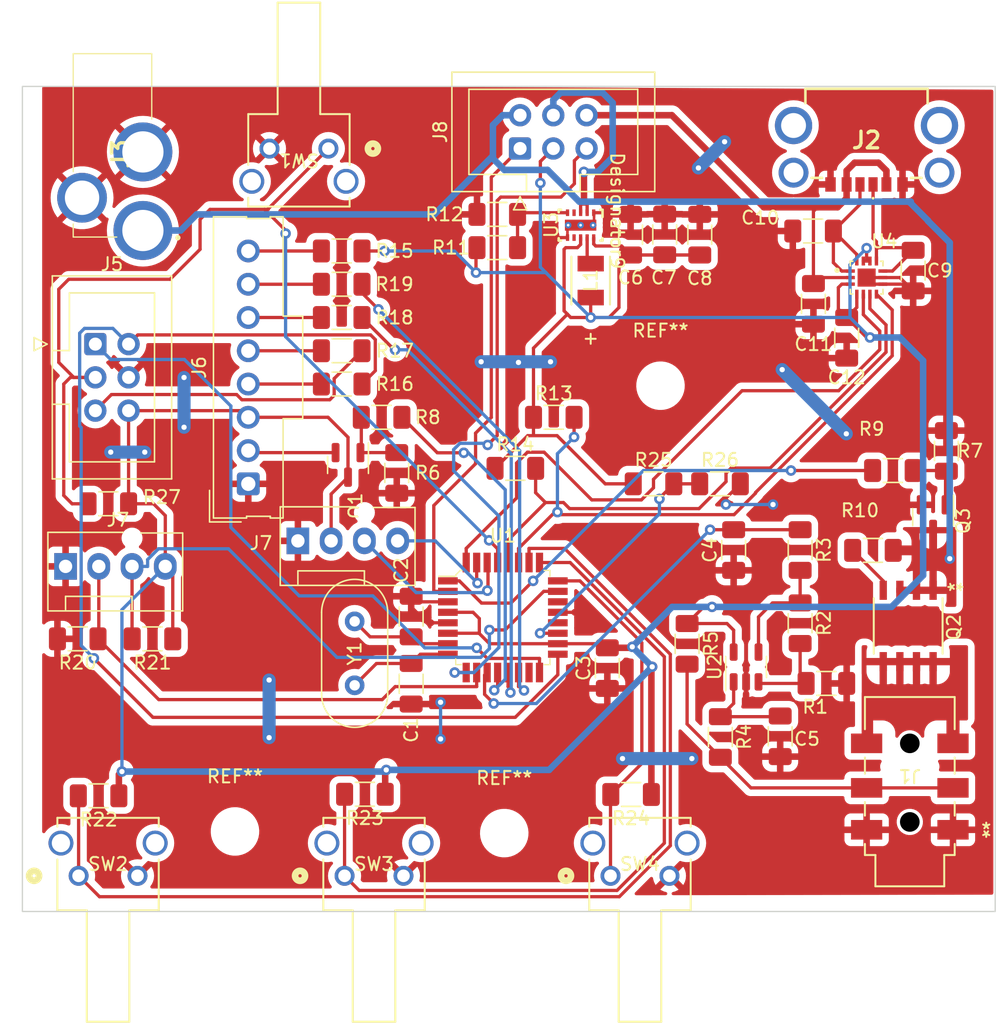
<source format=kicad_pcb>
(kicad_pcb (version 20221018) (generator pcbnew)
  (layers (0 "F.Cu" signal) (31 "B.Cu" signal) (34 "B.Paste" user) (35 "F.Paste" user) (36 "B.SilkS" user "B.Silkscreen") (37 "F.SilkS" user "F.Silkscreen") (38 "B.Mask" user) (39 "F.Mask" user) (44 "Edge.Cuts" user))
  (net 0 "")
  (net 1 "GND")
  (net 2 "Net-(U1-PB7)")
  (net 3 "Net-(U1-PB6)")
  (net 4 "+5V")
  (net 5 "analog_in")
  (net 6 "Net-(U2-+)")
  (net 7 "cc1")
  (net 8 "cc2")
  (net 9 "VBUS")
  (net 10 "sens")
  (net 15 "+12V")
  (net 16 "VDC")
  (net 17 "sense_usb")
  (net 18 "sense_12v")
  (net 19 "miso")
  (net 20 "sck")
  (net 21 "reset")
  (net 22 "mosi")
  (net 23 "bl")
  (net 24 "Net-(J6-Pin_4)")
  (net 25 "Net-(J6-Pin_5)")
  (net 26 "Net-(J6-Pin_6)")
  (net 27 "Net-(J6-Pin_7)")
  (net 28 "Net-(J6-Pin_8)")
  (net 29 "poti")
  (net 30 "sb")
  (net 31 "Net-(U3-SW)")
  (net 32 "Net-(Q1-G)")
  (net 33 "Net-(Q2-G)")
  (net 34 "Net-(Q3-G)")
  (net 35 "Net-(U2--)")
  (net 36 "Net-(R2-Pad1)")
  (net 37 "bl_ctrl")
  (net 38 "s_ctrl")
  (net 39 "Net-(U3-FB)")
  (net 40 "sda")
  (net 41 "scl")
  (net 42 "dc")
  (net 43 "cs")
  (net 44 "u1")
  (net 45 "u2")
  (net 46 "u3")
  (net 47 "standby")
  (net 48 "mois")
  (net 51 "unconnected-(U1-PD0-Pad30)")
  (net 52 "unconnected-(U1-PD1-Pad31)")
  (net 53 "int_n")
  (net 54 "output_power")
  (footprint "ul_IRF7416TRPBF:SO-8_IRF741_INF" (layer "F.Cu") (at 254.127 107.3721 -90)
    (fp_text reference "Q2")
    (fp_text value "IRF7416")
  )
  (footprint "Resistor_SMD:R_1206_3216Metric_Pad1.30x1.75mm_HandSolder" (layer "F.Cu") (at 251.434 101.6)
    (fp_text reference "R10")
    (fp_text value "1k")
  )
  (footprint "Connector:FanPinHeader_1x04_P2.54mm_Vertical" (layer "F.Cu") (at 207.5 100.875)
    (fp_text reference "J7")
    (fp_text value "Conn_01x04")
  )
  (footprint "Resistor_SMD:R_1206_3216Metric_Pad1.30x1.75mm_HandSolder" (layer "F.Cu") (at 239.776 115.85 -90)
    (fp_text reference "R4")
    (fp_text value "1k")
  )
  (footprint "Resistor_SMD:R_1206_3216Metric_Pad1.30x1.75mm_HandSolder" (layer "F.Cu") (at 254.508 80.238 90)
    (fp_text reference "C9")
    (fp_text value "330p")
  )
  (footprint "Resistor_SMD:R_1206_3216Metric_Pad1.30x1.75mm_HandSolder" (layer "F.Cu") (at 210.846 83.82 180)
    (fp_text reference "R18")
    (fp_text value "1k")
  )
  (footprint "Resistor_SMD:R_1206_3216Metric_Pad1.30x1.75mm_HandSolder" (layer "F.Cu") (at 235.5234 77.4779 -90)
    (fp_text reference "C7")
    (fp_text value "10u")
  )
  (footprint "Connector_IDC:IDC-Header_2x03_P2.54mm_Vertical" (layer "F.Cu") (at 192.024 85.852)
    (fp_text reference "J5")
    (fp_text value "Conn_02x03_Counter_Clockwise" hide)
  )
  (footprint "Resistor_SMD:R_1206_3216Metric_Pad1.30x1.75mm_HandSolder" (layer "F.Cu") (at 190.6773 108.3556 180)
    (fp_text reference "R20")
    (fp_text value "1M")
  )
  (footprint "Resistor_SMD:R_1206_3216Metric_Pad1.30x1.75mm_HandSolder" (layer "F.Cu") (at 249.428 85.37 90)
    (fp_text reference "C12")
    (fp_text value "100n")
  )
  (footprint "Package_TO_SOT_SMD:SOT-23-5" (layer "F.Cu") (at 241.742 110.5054 90)
    (fp_text reference "U2")
    (fp_text value "LM321")
  )
  (footprint "FUSB302B10MPX:QFN50P250X250X80-15N" (layer "F.Cu") (at 250.952 80.772)
    (fp_text reference "U4")
    (fp_text value "FUSB302B")
  )
  (footprint "Crystal:Crystal_HC49-U_Vertical" (layer "F.Cu") (at 211.836 107.024 -90)
    (fp_text reference "Y1")
    (fp_text value "Crystal")
  )
  (footprint "PJ-313D-B-SMT:PJ-313D-B-SMT_XKB" (layer "F.Cu") (at 254.2515 118.8314 180)
    (fp_text reference "J1")
    (fp_text value "PJ-313D-B-SMT")
  )
  (footprint "Resistor_SMD:R_1206_3216Metric_Pad1.30x1.75mm_HandSolder" (layer "F.Cu") (at 252.958 95.504 180)
    (fp_text reference "R9")
    (fp_text value "1k")
  )
  (footprint "Resistor_SMD:R_1206_3216Metric_Pad1.30x1.75mm_HandSolder" (layer "F.Cu") (at 246.888 82.778 90)
    (fp_text reference "C11")
    (fp_text value "100n")
  )
  (footprint "Resistor_SMD:R_1206_3216Metric_Pad1.30x1.75mm_HandSolder" (layer "F.Cu") (at 222.732 78.486)
    (fp_text reference "R11")
    (fp_text value "270k")
  )
  (footprint "Resistor_SMD:R_1206_3216Metric_Pad1.30x1.75mm_HandSolder" (layer "F.Cu") (at 240.792 101.574 90)
    (fp_text reference "C4")
    (fp_text value "100n")
  )
  (footprint "ul_TS-1093C-A15:SW_TS-1093C-A15_YDI" (layer "F.Cu") (at 231.3851 126.4514)
    (fp_text reference "SW4")
    (fp_text value "TS-1093C-A15")
  )
  (footprint "Resistor_SMD:R_1206_3216Metric_Pad1.30x1.75mm_HandSolder" (layer "F.Cu") (at 237.236 108.738 -90)
    (fp_text reference "R5")
    (fp_text value "1M")
  )
  (footprint "Resistor_SMD:R_1206_3216Metric_Pad1.30x1.75mm_HandSolder" (layer "F.Cu") (at 216.154 111.786 90)
    (fp_text reference "C1")
    (fp_text value "22p")
  )
  (footprint "DC-005-20A:DC00520A" (layer "F.Cu") (at 195.658 77.176 -90)
    (fp_text reference "J3")
    (fp_text value "DC-005-20A" hide)
  )
  (footprint "Resistor_SMD:R_1206_3216Metric_Pad1.30x1.75mm_HandSolder" (layer "F.Cu") (at 239.75 96.52)
    (fp_text reference "R26")
    (fp_text value "10k")
  )
  (footprint "Resistor_SMD:R_1206_3216Metric_Pad1.30x1.75mm_HandSolder" (layer "F.Cu") (at 210.846 88.9 180)
    (fp_text reference "R16")
    (fp_text value "1k")
  )
  (footprint "Connector_IDC:IDC-Header_2x03_P2.54mm_Vertical" (layer "F.Cu") (at 224.475 70.915 90)
    (fp_text reference "J8")
    (fp_text value "Conn_02x03_Odd_Even")
  )
  (footprint "Resistor_SMD:R_1206_3216Metric_Pad1.30x1.75mm_HandSolder" (layer "F.Cu") (at 222.732 75.946 180)
    (fp_text reference "R12")
    (fp_text value "51k")
  )
  (footprint "Connector:FanPinHeader_1x04_P2.54mm_Vertical" (layer "F.Cu") (at 189.748 102.824)
    (fp_text reference "J7")
    (fp_text value "Conn_01x04")
  )
  (footprint "Resistor_SMD:R_1206_3216Metric_Pad1.30x1.75mm_HandSolder" (layer "F.Cu") (at 224.1126 95.3355)
    (fp_text reference "R14")
    (fp_text value "2k")
  )
  (footprint "Resistor_SMD:R_1206_3216Metric_Pad1.30x1.75mm_HandSolder" (layer "F.Cu") (at 210.846 81.28 180)
    (fp_text reference "R19")
    (fp_text value "1k")
  )
  (footprint "MountingHole:MountingHole_3.2mm_M3" (layer "F.Cu") (at 202.692 123.063)
    (fp_text reference "REF**")
    (fp_text value "MountingHole_3.2mm_M3")
  )
  (footprint "Package_TO_SOT_SMD:SOT-23" (layer "F.Cu") (at 211.328 95.0745 -90)
    (fp_text reference "Q1")
    (fp_text value "BSN20")
  )
  (footprint "Resistor_SMD:R_1206_3216Metric_Pad1.30x1.75mm_HandSolder" (layer "F.Cu") (at 215.0518 95.685 90)
    (fp_text reference "R6")
    (fp_text value "10k")
  )
  (footprint "Package_TO_SOT_SMD:SOT-23" (layer "F.Cu") (at 256.032 99.06 -90)
    (fp_text reference "Q3")
    (fp_text value "BSN20")
  )
  (footprint "ul_TS-1093C-A15:SW_TS-1093C-A15_YDI" (layer "F.Cu") (at 209.8288 70.9219 180)
    (fp_text reference "SW1")
    (fp_text value "TS-1093C-A15")
  )
  (footprint "Resistor_SMD:R_1206_3216Metric_Pad1.30x1.75mm_HandSolder" (layer "F.Cu") (at 227.05 91.44)
    (fp_text reference "R13")
    (fp_text value "2k")
  )
  (footprint "digikey-footprints:TQFP-32_7x7mm" (layer "F.Cu") (at 223.159 106.7293)
    (fp_text reference "U1")
    (fp_text value "ATMEGA328P-AU")
  )
  (footprint "Resistor_SMD:R_1206_3216Metric_Pad1.30x1.75mm_HandSolder" (layer "F.Cu") (at 245.872 101.574 -90)
    (fp_text reference "R3")
    (fp_text value "1k")
  )
  (footprint "Resistor_SMD:R_1206_3216Metric_Pad1.30x1.75mm_HandSolder" (layer "F.Cu") (at 245.872 107.162 -90)
    (fp_text reference "R2")
    (fp_text value "56k")
  )
  (footprint "Resistor_SMD:R_1206_3216Metric_Pad1.30x1.75mm_HandSolder" (layer "F.Cu") (at 232.9563 120.2416 180)
    (fp_text reference "R24")
    (fp_text value "10k")
  )
  (footprint "Resistor_SMD:R_1206_3216Metric_Pad1.30x1.75mm_HandSolder" (layer "F.Cu") (at 232.918 77.496 -90)
    (fp_text reference "C6")
    (fp_text value "10u")
  )
  (footprint "Resistor_SMD:R_1206_3216Metric_Pad1.30x1.75mm_HandSolder" (layer "F.Cu") (at 213.894 91.44 180)
    (fp_text reference "R8")
    (fp_text value "1k")
  )
  (footprint "Resistor_SMD:R_1206_3216Metric_Pad1.30x1.75mm_HandSolder" (layer "F.Cu") (at 216.154 106.654 -90)
    (fp_text reference "C2")
    (fp_text value "22p")
  )
  (footprint "Resistor_SMD:R_1206_3216Metric_Pad1.30x1.75mm_HandSolder" (layer "F.Cu") (at 192.271 120.3437 180)
    (fp_text reference "R22")
    (fp_text value "10k")
  )
  (footprint "ul_TS-1093C-A15:SW_TS-1093C-A15_YDI" (layer "F.Cu") (at 211.0651 126.4514)
    (fp_text reference "SW3")
    (fp_text value "TS-1093C-A15")
  )
  (footprint "Resistor_SMD:R_1206_3216Metric_Pad1.30x1.75mm_HandSolder" (layer "F.Cu") (at 196.3886 108.358 180)
    (fp_text reference "R21")
    (fp_text value "10k")
  )
  (footprint "Resistor_SMD:R_1206_3216Metric_Pad1.30x1.75mm_HandSolder" (layer "F.Cu") (at 212.619 120.2235 180)
    (fp_text reference "R23")
    (fp_text value "10k")
  )
  (footprint "Resistor_SMD:R_1206_3216Metric_Pad1.30x1.75mm_HandSolder" (layer "F.Cu") (at 193.014 98.044 180)
    (fp_text reference "R27")
    (fp_text value "10k")
  )
  (footprint "Resistor_SMD:R_1206_3216Metric_Pad1.30x1.75mm_HandSolder" (layer "F.Cu") (at 257.048 94.006 -90)
    (fp_text reference "R7")
    (fp_text value "10k")
  )
  (footprint "Resistor_SMD:R_1206_3216Metric_Pad1.30x1.75mm_HandSolder" (layer "F.Cu") (at 231.14 110.591 90)
    (fp_text reference "C3")
    (fp_text value "100n")
  )
  (footprint "NLCV32T-100K-EF:IND_NLCV32T_TDK" (layer "F.Cu") (at 229.87 81.0006 90)
    (fp_text reference "L1")
    (fp_text value "10u")
  )
  (footprint "MountingHole:MountingHole_3.2mm_M3" (layer "F.Cu") (at 235.204 89.027)
    (fp_text reference "REF**")
    (fp_text value "MountingHole_3.2mm_M3")
  )
  (footprint "Resistor_SMD:R_1206_3216Metric_Pad1.30x1.75mm_HandSolder" (layer "F.Cu") (at 246.862 77.216)
    (fp_text reference "C10")
    (fp_text value "330p")
  )
  (footprint "Connector_Molex:Molex_SL_171971-0008_1x08_P2.54mm_Vertical" (layer "F.Cu") (at 203.708 96.52 90)
    (fp_text reference "J6")
    (fp_text value "Conn_01x08_Pin")
  )
  (footprint "Resistor_SMD:R_1206_3216Metric_Pad1.30x1.75mm_HandSolder" (layer "F.Cu") (at 244.348 115.798 90)
    (fp_text reference "C5")
    (fp_text value "100n")
  )
  (footprint "Resistor_SMD:R_1206_3216Metric_Pad1.30x1.75mm_HandSolder" (layer "F.Cu") (at 238.2048 77.4951 -90)
    (fp_text reference "C8")
    (fp_text value "10u")
  )
  (footprint "UJC-HP-M-G-5-MSMT-TR:UJCHPMG5MSMTTR" (layer "F.Cu") (at 250.944 69.76 180)
    (fp_text reference "J2")
    (fp_text value "UJC-HP-M-G-5-MSMT-TR" hide)
  )
  (footprint "MountingHole:MountingHole_3.2mm_M3" (layer "F.Cu") (at 223.266 123.19)
    (fp_text reference "REF**")
    (fp_text value "MountingHole_3.2mm_M3")
  )
  (footprint "TPS62175DQCR:DQC0010A" (layer "F.Cu") (at 229.1 76.769 -90)
    (fp_text reference "U3")
    (fp_text value "TPS62175DQCR")
  )
  (footprint "Resistor_SMD:R_1206_3216Metric_Pad1.30x1.75mm_HandSolder" (layer "F.Cu") (at 247.878 111.76 180)
    (fp_text reference "R1")
    (fp_text value "100k")
  )
  (footprint "Resistor_SMD:R_1206_3216Metric_Pad1.30x1.75mm_HandSolder" (layer "F.Cu") (at 234.67 96.52)
    (fp_text reference "R25")
    (fp_text value "10k")
  )
  (footprint "Resistor_SMD:R_1206_3216Metric_Pad1.30x1.75mm_HandSolder" (layer "F.Cu") (at 210.846 86.36 180)
    (fp_text reference "R17")
    (fp_text value "1k")
  )
  (footprint "ul_TS-1093C-A15:SW_TS-1093C-A15_YDI" (layer "F.Cu") (at 190.7451 126.4514)
    (fp_text reference "SW2")
    (fp_text value "TS-1093C-A15")
  )
  (footprint "Resistor_SMD:R_1206_3216Metric_Pad1.30x1.75mm_HandSolder" (layer "F.Cu") (at 210.846 78.74 180)
    (fp_text reference "R15")
    (fp_text value "1k")
  )
  (gr_line (start 251.898614 78.464952) (end 251.714 78.613) (stroke (width 0.2)) (layer "F.Cu"))
  (gr_line (start 251.730864 78.270243) (end 251.898614 78.464952) (stroke (width 0.2)) (layer "F.Cu"))
  (gr_line (start 228.092 77.724) (end 228.092 77.089) (stroke (width 0.2)) (layer "F.Cu"))
  (gr_line (start 230.124 75.819) (end 230.124 76.454) (stroke (width 0.2)) (layer "F.Cu"))
  (gr_line (start 251.714 78.613) (end 251.714 78.359) (stroke (width 0.2)) (layer "F.Cu"))
  (gr_line (start 229.108 75.184) (end 229.616 75.184) (stroke (width 0.2)) (layer "F.Cu"))
  (gr_rect (start 186.45 66.175) (end 260.775 129.175) (stroke (width 0.1)) (fill none) (layer "Edge.Cuts"))
  (segment (start 230.1 75.819) (end 232.791 75.819) (width 0.25) (layer "F.Cu") (net 1))
  (segment (start 218.959 105.529) (end 216.579 105.529) (width 0.25) (layer "F.Cu") (net 1))
  (segment (start 253.992 81.272) (end 254.508 81.788) (width 0.25) (layer "F.Cu") (net 1))
  (segment (start 252.192 80.772) (end 250.952 80.772) (width 0.25) (layer "F.Cu") (net 1))
  (segment (start 253.992 81.272) (end 254.508 81.788) (width 0.25) (layer "F.Cu") (net 1))
  (segment (start 216.579 105.529) (end 216.154 105.104) (width 0.25) (layer "F.Cu") (net 1))
  (segment (start 218.959 107.129) (end 217.365 107.129) (width 0.25) (layer "F.Cu") (net 1))
  (segment (start 252.192 80.772) (end 253.492 80.772) (width 0.25) (layer "F.Cu") (net 1))
  (segment (start 227.359 106.329) (end 229.265 106.329) (width 0.25) (layer "F.Cu") (net 1))
  (segment (start 217.365 107.129) (end 216.154 105.918) (width 0.25) (layer "F.Cu") (net 1))
  (segment (start 252.192 81.272) (end 251.452 81.272) (width 0.25) (layer "F.Cu") (net 1))
  (segment (start 251.452 81.272) (end 250.952 80.772) (width 0.25) (layer "F.Cu") (net 1))
  (segment (start 229.265 106.329) (end 229.362 106.426) (width 0.25) (layer "F.Cu") (net 1))
  (segment (start 228.1 77.719) (end 227.081 77.719) (width 0.25) (layer "F.Cu") (net 1))
  (segment (start 240.2 97.62) (end 241.3 96.52) (width 0.25) (layer "F.Cu") (net 1))
  (segment (start 253.492 80.772) (end 253.992 81.272) (width 0.25) (layer "F.Cu") (net 1))
  (segment (start 216.154 105.918) (end 216.154 105.104) (width 0.25) (layer "F.Cu") (net 1))
  (segment (start 252.192 81.272) (end 253.992 81.272) (width 0.25) (layer "F.Cu") (net 1))
  (segment (start 232.791 75.819) (end 232.918 75.946) (width 0.25) (layer "F.Cu") (net 1))
  (segment (start 227.081 77.719) (end 227.076 77.724) (width 0.25) (layer "F.Cu") (net 1))
  (segment (start 240.2 98.1) (end 240.2 97.62) (width 0.25) (layer "F.Cu") (net 1))
  (via (at 195.8 94.1) (size 0.8) (drill 0.4) (layers "F.Cu" "B.Cu") (net 1))
  (via (at 232.3 117.5) (size 0.8) (drill 0.4) (layers "F.Cu" "B.Cu") (net 1))
  (via (at 238.1 72.4) (size 0.8) (drill 0.4) (layers "F.Cu" "B.Cu") (net 1))
  (via (at 240.1 70.4) (size 0.8) (drill 0.4) (layers "F.Cu" "B.Cu") (net 1))
  (via (at 218.4 116) (size 0.8) (drill 0.4) (layers "F.Cu" "B.Cu") (net 1))
  (via (at 244.5 87.8) (size 0.8) (drill 0.4) (layers "F.Cu" "B.Cu") (net 1))
  (via (at 249.4 92.7) (size 0.8) (drill 0.4) (layers "F.Cu" "B.Cu") (net 1))
  (via (at 243.8 98.1) (size 0.8) (drill 0.4) (layers "F.Cu" "B.Cu") (net 1))
  (via (at 224.351866 87.251135) (size 0.8) (drill 0.4) (layers "F.Cu" "B.Cu") (net 1))
  (via (at 237.6 117.5) (size 0.8) (drill 0.4) (layers "F.Cu" "B.Cu") (net 1))
  (via (at 240.2 98.1) (size 0.8) (drill 0.4) (layers "F.Cu" "B.Cu") (net 1))
  (via (at 205.3 111.5) (size 0.8) (drill 0.4) (layers "F.Cu" "B.Cu") (net 1))
  (via (at 198.8 88.4) (size 0.8) (drill 0.4) (layers "F.Cu" "B.Cu") (net 1))
  (via (at 218.4 113.2) (size 0.8) (drill 0.4) (layers "F.Cu" "B.Cu") (net 1))
  (via (at 205.3 115.9) (size 0.8) (drill 0.4) (layers "F.Cu" "B.Cu") (net 1))
  (via (at 198.8 92.2) (size 0.8) (drill 0.4) (layers "F.Cu" "B.Cu") (net 1))
  (via (at 193.2 94.1) (size 0.8) (drill 0.4) (layers "F.Cu" "B.Cu") (net 1))
  (via (at 226.8 87.2) (size 0.8) (drill 0.4) (layers "F.Cu" "B.Cu") (net 1))
  (via (at 221.5 87.2) (size 0.8) (drill 0.4) (layers "F.Cu" "B.Cu") (net 1))
  (segment (start 240.1 70.4) (end 238.1 72.4) (width 1) (layer "B.Cu") (net 1))
  (segment (start 193.2 94.1) (end 195.8 94.1) (width 1) (layer "B.Cu") (net 1))
  (segment (start 232.3 117.5) (end 237.6 117.5) (width 1) (layer "B.Cu") (net 1))
  (segment (start 244.5 87.8) (end 249.4 92.7) (width 1) (layer "B.Cu") (net 1))
  (segment (start 218.4 116) (end 218.4 113.2) (width 0.25) (layer "B.Cu") (net 1))
  (segment (start 240.2 98.1) (end 243.8 98.1) (width 0.25) (layer "B.Cu") (net 1))
  (segment (start 198.8 92.2) (end 198.8 88.4) (width 1) (layer "B.Cu") (net 1))
  (segment (start 221.5 87.2) (end 226.8 87.2) (width 1) (layer "B.Cu") (net 1))
  (segment (start 205.3 115.9) (end 205.3 111.5) (width 1) (layer "B.Cu") (net 1))
  (segment (start 211.836 111.904) (end 213.504 110.236) (width 0.25) (layer "F.Cu") (net 2))
  (segment (start 216.861 109.529) (end 216.154 110.236) (width 0.25) (layer "F.Cu") (net 2))
  (segment (start 218.9587 109.529) (end 216.861 109.529) (width 0.25) (layer "F.Cu") (net 2))
  (segment (start 218.959 109.529) (end 218.9587 109.529) (width 0.25) (layer "F.Cu") (net 2))
  (segment (start 218.9587 109.529) (end 218.959 109.5293) (width 0.25) (layer "F.Cu") (net 2))
  (segment (start 213.504 110.236) (end 216.154 110.236) (width 0.25) (layer "F.Cu") (net 2))
  (segment (start 218.959 108.729) (end 218.9587 108.729) (width 0.25) (layer "F.Cu") (net 3))
  (segment (start 213.016 108.204) (end 216.154 108.204) (width 0.25) (layer "F.Cu") (net 3))
  (segment (start 218.9587 108.729) (end 218.959 108.7293) (width 0.25) (layer "F.Cu") (net 3))
  (segment (start 216.679 108.729) (end 216.154 108.204) (width 0.25) (layer "F.Cu") (net 3))
  (segment (start 218.9587 108.729) (end 216.679 108.729) (width 0.25) (layer "F.Cu") (net 3))
  (segment (start 211.836 107.024) (end 213.016 108.204) (width 0.25) (layer "F.Cu") (net 3))
  (segment (start 240.792 107.696) (end 240.284 107.188) (width 0.25) (layer "F.Cu") (net 4))
  (segment (start 221.107 78.561) (end 221.182 78.486) (width 0.25) (layer "F.Cu") (net 4))
  (segment (start 227.838 78.613) (end 227.838 83.312) (width 0.25) (layer "F.Cu") (net 4))
  (segment (start 234.5063 120.2416) (end 234.506 120.2416) (width 0.25) (layer "F.Cu") (net 4))
  (segment (start 214.169 118.444) (end 214.249 118.364) (width 0.5) (layer "F.Cu") (net 4))
  (segment (start 231.14 109.041) (end 232.97 109.041) (width 0.5) (layer "F.Cu") (net 4))
  (segment (start 214.122 78.74) (end 212.396 78.74) (width 0.25) (layer "F.Cu") (net 4))
  (segment (start 214.169 120.224) (end 214.169 120.2235) (width 0.5) (layer "F.Cu") (net 4))
  (segment (start 234.569 110.49) (end 234.506 110.553) (width 0.5) (layer "F.Cu") (net 4))
  (segment (start 197.9386 108.358) (end 197.939 108.358) (width 0.25) (layer "F.Cu") (net 4))
  (segment (start 249.055 81.272) (end 248.793 81.534) (width 0.25) (layer "F.Cu") (net 4))
  (segment (start 222.14 108.729) (end 227.359 108.729) (width 0.25) (layer "F.Cu") (net 4))
  (segment (start 229.87 82.296) (end 229.87 83.82) (width 0.25) (layer "F.Cu") (net 4))
  (segment (start 231.267 83.82) (end 229.87 83.82) (width 0.25) (layer "F.Cu") (net 4))
  (segment (start 193.821 120.344) (end 193.821 120.3437) (width 0.5) (layer "F.Cu") (net 4))
  (segment (start 218.959 106.3293) (end 218.959 106.329) (width 0.25) (layer "F.Cu") (net 4))
  (segment (start 239.141 105.918) (end 238.506 105.918) (width 0.25) (layer "F.Cu") (net 4))
  (segment (start 193.821 120.3437) (end 193.821 118.726) (width 0.5) (layer "F.Cu") (net 4))
  (segment (start 232.918 79.046) (end 235.5234 79.046) (width 0.25) (layer "F.Cu") (net 4))
  (segment (start 232.918 79.046) (end 232.231 78.359) (width 0.25) (layer "F.Cu") (net 4))
  (segment (start 232.029 79.935) (end 232.029 83.058) (width 0.25) (layer "F.Cu") (net 4))
  (segment (start 248.793 81.534) (end 248.793 83.185) (width 0.25) (layer "F.Cu") (net 4))
  (segment (start 194.564 90.932) (end 203.2 90.932) (width 0.25) (layer "F.Cu") (net 4))
  (segment (start 227.965 78.486) (end 227.838 78.613) (width 0.25) (layer "F.Cu") (net 4))
  (segment (start 220.928 78.74) (end 221.107 78.561) (width 0.25) (layer "F.Cu") (net 4))
  (segment (start 211.328 96.012) (end 211.328 92.964) (width 0.25) (layer "F.Cu") (net 4))
  (segment (start 230.9806 96.52) (end 233.12 96.52) (width 0.25) (layer "F.Cu") (net 4))
  (segment (start 232.029 83.058) (end 231.267 83.82) (width 0.25) (layer "F.Cu") (net 4))
  (segment (start 221.361 107.909) (end 221.34 107.929) (width 0.25) (layer "F.Cu") (net 4))
  (segment (start 238.506 105.918) (end 237.236 107.188) (width 0.25) (layer "F.Cu") (net 4))
  (segment (start 238.2048 79.0451) (end 238.2049 79.0452) (width 0.25) (layer "F.Cu") (net 4))
  (segment (start 229.1 77.719) (end 229.1 78.24) (width 0.25) (layer "F.Cu") (net 4))
  (segment (start 228.092 83.566) (end 228.346 83.82) (width 0.25) (layer "F.Cu") (net 4))
  (segment (start 211.328 96.012) (end 210.04 97.3) (width 0.25) (layer "F.Cu") (net 4))
  (segment (start 221.361 106.807) (end 221.361 107.909) (width 0.25) (layer "F.Cu") (net 4))
  (segment (start 227.359 108.729) (end 230.828 108.729) (width 0.25) (layer "F.Cu") (net 4))
  (segment (start 250.702 79.507) (end 250.952 79.507) (width 0.25) (layer "F.Cu") (net 4))
  (segment (start 250.202 82.037) (end 250.202 83.046) (width 0.25) (layer "F.Cu") (net 4))
  (segment (start 238.204 79.046) (end 238.2049 79.0452) (width 0.25) (layer "F.Cu") (net 4))
  (segment (start 196.469 98.044) (end 194.564 98.044) (width 0.25) (layer "F.Cu") (net 4))
  (segment (start 238.2049 79.0452) (end 238.205 79.0451) (width 0.25) (layer "F.Cu") (net 4))
  (segment (start 232.208 79.046) (end 232.918 79.046) (width 0.25) (layer "F.Cu") (net 4))
  (segment (start 220.883 106.329) (end 221.361 106.807) (width 0.25) (layer "F.Cu") (net 4))
  (segment (start 248.793 83.185) (end 249.428 83.82) (width 0.25) (layer "F.Cu") (net 4))
  (segment (start 203.2 90.932) (end 203.708 91.44) (width 0.25) (layer "F.Cu") (net 4))
  (segment (start 225.5 86.158) (end 225.5 91.44) (width 0.25) (layer "F.Cu") (net 4))
  (segment (start 227.3038 92.8432) (end 230.9806 96.52) (width 0.25) (layer "F.Cu") (net 4))
  (segment (start 221.107 78.561) (end 221.182 78.486) (width 0.25) (layer "F.Cu") (net 4))
  (segment (start 218.959 107.9293) (end 218.959 107.929) (width 0.25) (layer "F.Cu") (net 4))
  (segment (start 249.428 83.82) (end 250.952 85.344) (width 0.25) (layer "F.Cu") (net 4))
  (segment (start 234.506 110.553) (end 234.506 120.2416) (width 0.5) (layer "F.Cu") (net 4))
  (segment (start 197.368 102.824) (end 197.939 103.395) (width 0.25) (layer "F.Cu") (net 4))
  (segment (start 211.328 92.964) (end 209.804 91.44) (width 0.25) (layer "F.Cu") (net 4))
  (segment (start 232.97 109.041) (end 233.045 108.966) (width 0.5) (layer "F.Cu") (net 4))
  (segment (start 225.0549 92.8432) (end 225.5 92.8432) (width 0.25) (layer "F.Cu") (net 4))
  (segment (start 240.792 109.3679) (end 240.792 107.696) (width 0.25) (layer "F.Cu") (net 4))
  (segment (start 209.804 91.44) (end 203.708 91.44) (width 0.25) (layer "F.Cu") (net 4))
  (segment (start 230.251 78.359) (end 230.1 78.208) (width 0.25) (layer "F.Cu") (net 4))
  (segment (start 214.169 120.2235) (end 214.169 118.444) (width 0.5) (layer "F.Cu") (net 4))
  (segment (start 235.5234 79.046) (end 238.204 79.046) (width 0.25) (layer "F.Cu") (net 4))
  (segment (start 227.838 83.312) (end 228.092 83.566) (width 0.25) (layer "F.Cu") (net 4))
  (segment (start 240.284 107.188) (end 237.236 107.188) (width 0.25) (layer "F.Cu") (net 4))
  (segment (start 249.712 81.272) (end 249.055 81.272) (width 0.25) (layer "F.Cu") (net 4))
  (segment (start 221.107 80.391) (end 221.107 78.561) (width 0.25) (layer "F.Cu") (net 4))
  (segment (start 232.231 78.359) (end 230.251 78.359) (width 0.25) (layer "F.Cu") (net 4))
  (segment (start 222.5626 95.3355) (end 225.0549 92.8432) (width 0.25) (layer "F.Cu") (net 4))
  (segment (start 226.025 73.55) (end 226.025 71.905) (width 0.25) (layer "F.Cu") (net 4))
  (segment (start 228.854 78.486) (end 227.965 78.486) (width 0.25) (layer "F.Cu") (net 4))
  (segment (start 228.092 83.566) (end 225.5 86.158) (width 0.25) (layer "F.Cu") (net 4))
  (segment (start 250.952 85.344) (end 251.206 85.344) (width 0.25) (layer "F.Cu") (net 4))
  (segment (start 226.025 71.905) (end 227.015 70.915) (width 0.25) (layer "F.Cu") (net 4))
  (segment (start 194.564 90.932) (end 194.564 98.044) (width 0.25) (layer "F.Cu") (net 4))
  (segment (start 230.1 78.208) (end 230.1 77.719) (width 0.25) (layer "F.Cu") (net 4))
  (segment (start 250.202 83.046) (end 249.428 83.82) (width 0.25) (layer "F.Cu") (net 4))
  (segment (start 240.792 109.368) (end 240.792 109.3679) (width 0.25) (layer "F.Cu") (net 4))
  (segment (start 235.5234 79.0279) (end 235.5234 79.046) (width 0.25) (layer "F.Cu") (net 4))
  (segment (start 232.918 79.046) (end 232.029 79.935) (width 0.25) (layer "F.Cu") (net 4))
  (segment (start 227.359 108.7293) (end 227.359 108.729) (width 0.25) (layer "F.Cu") (net 4))
  (segment (start 193.821 118.726) (end 194.056 118.491) (width 0.5) (layer "F.Cu") (net 4))
  (segment (start 250.952 79.507) (end 250.952 78.5237) (width 0.25) (layer "F.Cu") (net 4))
  (segment (start 218.959 107.929) (end 221.34 107.929) (width 0.25) (layer "F.Cu") (net 4))
  (segment (start 197.939 103.395) (end 197.939 108.358) (width 0.25) (layer "F.Cu") (net 4))
  (segment (start 221.34 107.929) (end 222.14 108.729) (width 0.25) (layer "F.Cu") (net 4))
  (segment (start 218.959 106.329) (end 220.883 106.329) (width 0.25) (layer "F.Cu") (net 4))
  (segment (start 225.5 91.44) (end 225.5 92.8432) (width 0.25) (layer "F.Cu") (net 4))
  (segment (start 197.368 98.943) (end 196.469 98.044) (width 0.25) (layer "F.Cu") (net 4))
  (segment (start 229.1 78.24) (end 228.854 78.486) (width 0.25) (layer "F.Cu") (net 4))
  (segment (start 225.5 92.8432) (end 227.3038 92.8432) (width 0.25) (layer "F.Cu") (net 4))
  (segment (start 197.368 102.824) (end 197.368 98.943) (width 0.25) (layer "F.Cu") (net 4))
  (segment (start 234.506 120.242) (end 234.506 120.2416) (width 0.5) (layer "F.Cu") (net 4))
  (segment (start 250.952 79.507) (end 251.202 79.507) (width 0.25) (layer "F.Cu") (net 4))
  (segment (start 228.346 83.82) (end 229.87 83.82) (width 0.25) (layer "F.Cu") (net 4))
  (segment (start 210.04 97.3) (end 210.04 100.875) (width 0.25) (layer "F.Cu") (net 4))
  (segment (start 230.828 108.729) (end 231.14 109.041) (width 0.25) (layer "F.Cu") (net 4))
  (via (at 250.952 78.5237) (size 0.8) (drill 0.4) (layers "F.Cu" "B.Cu") (net 4))
  (via (at 239.141 105.918) (size 0.8) (drill 0.4) (layers "F.Cu" "B.Cu") (net 4))
  (via (at 233.045 108.966) (size 0.8) (drill 0.4) (layers "F.Cu" "B.Cu") (net 4))
  (via (at 234.569 110.49) (size 0.8) (drill 0.4) (layers "F.Cu" "B.Cu") (net 4))
  (via (at 221.107 80.391) (size 0.8) (drill 0.4) (layers "F.Cu" "B.Cu") (net 4))
  (via (at 251.206 85.344) (size 0.8) (drill 0.4) (layers "F.Cu" "B.Cu") (net 4))
  (via (at 214.249 118.364) (size 0.8) (drill 0.4) (layers "F.Cu" "B.Cu") (net 4))
  (via (at 226.025 73.55) (size 0.8) (drill 0.4) (layers "F.Cu" "B.Cu") (net 4))
  (via (at 214.122 78.74) (size 0.8) (drill 0.4) (layers "F.Cu" "B.Cu") (net 4))
  (via (at 229.87 83.82) (size 0.8) (drill 0.4) (layers "F.Cu" "B.Cu") (net 4))
  (via (at 194.056 118.491) (size 0.8) (drill 0.4) (layers "F.Cu" "B.Cu") (net 4))
  (segment (start 249.682 83.82) (end 249.682 79.7937) (width 0.25) (layer "B.Cu") (net 4))
  (segment (start 214.249 118.364) (end 226.695 118.364) (width 0.5) (layer "B.Cu") (net 4))
  (segment (start 255.27 103.505) (end 255.27 87.122) (width 0.5) (layer "B.Cu") (net 4))
  (segment (start 255.27 87.122) (end 253.492 85.344) (width 0.5) (layer "B.Cu") (net 4))
  (segment (start 226.025 79.975) (end 226.4625 80.4125) (width 0.25) (layer "B.Cu") (net 4))
  (segment (start 219.456 78.74) (end 221.107 80.391) (width 0.25) (layer "B.Cu") (net 4))
  (segment (start 226.4625 80.4125) (end 229.87 83.82) (width 0.25) (layer "B.Cu") (net 4))
  (segment (start 226.441 80.391) (end 226.4875 80.4375) (width 0.25) (layer "B.Cu") (net 4))
  (segment (start 253.492 85.344) (end 251.206 85.344) (width 0.5) (layer "B.Cu") (net 4))
  (segment (start 233.045 108.966) (end 236.093 105.918) (width 0.5) (layer "B.Cu") (net 4))
  (segment (start 194.056 118.491) (end 214.122 118.491) (width 0.5) (layer "B.Cu") (net 4))
  (segment (start 214.122 118.491) (end 214.249 118.364) (width 0.5) (layer "B.Cu") (net 4))
  (segment (start 251.206 85.344) (end 249.682 83.82) (width 0.25) (layer "B.Cu") (net 4))
  (segment (start 239.141 105.918) (end 252.857 105.918) (width 0.5) (layer "B.Cu") (net 4))
  (segment (start 226.441 80.391) (end 226.4625 80.4125) (width 0.25) (layer "B.Cu") (net 4))
  (segment (start 249.682 79.7937) (end 250.952 78.5237) (width 0.25) (layer "B.Cu") (net 4))
  (segment (start 234.569 110.49) (end 233.045 108.966) (width 0.5) (layer "B.Cu") (net 4))
  (segment (start 221.107 80.391) (end 226.441 80.391) (width 0.25) (layer "B.Cu") (net 4))
  (segment (start 226.695 118.364) (end 234.569 110.49) (width 0.5) (layer "B.Cu") (net 4))
  (segment (start 194.056 106.136) (end 194.056 118.491) (width 0.25) (layer "B.Cu") (net 4))
  (segment (start 226.025 73.55) (end 226.025 79.975) (width 0.25) (layer "B.Cu") (net 4))
  (segment (start 252.857 105.918) (end 255.27 103.505) (width 0.5) (layer "B.Cu") (net 4))
  (segment (start 214.122 78.74) (end 219.456 78.74) (width 0.25) (layer "B.Cu") (net 4))
  (segment (start 249.682 83.82) (end 229.87 83.82) (width 0.25) (layer "B.Cu") (net 4))
  (segment (start 236.093 105.918) (end 239.141 105.918) (width 0.5) (layer "B.Cu") (net 4))
  (segment (start 197.368 102.824) (end 194.056 106.136) (width 0.25) (layer "B.Cu") (net 4))
  (segment (start 240.792 100.024) (end 238.9907 100.024) (width 0.25) (layer "F.Cu") (net 5))
  (segment (start 222.4628 113.2929) (end 221.7632 112.5933) (width 0.25) (layer "F.Cu") (net 5))
  (segment (start 240.792 100.024) (end 245.872 100.024) (width 0.25) (layer "F.Cu") (net 5))
  (segment (start 221.7632 112.5933) (end 221.7632 111.1251) (width 0.25) (layer "F.Cu") (net 5))
  (segment (start 221.7632 111.1251) (end 221.959 110.9293) (width 0.25) (layer "F.Cu") (net 5))
  (via (at 238.9907 100.024) (size 0.8) (drill 0.4) (layers "F.Cu" "B.Cu") (net 5))
  (via (at 222.4628 113.2929) (size 0.8) (drill 0.4) (layers "F.Cu" "B.Cu") (net 5))
  (segment (start 225.7218 113.2929) (end 238.9907 100.024) (width 0.25) (layer "B.Cu") (net 5))
  (segment (start 222.4628 113.2929) (end 225.7218 113.2929) (width 0.25) (layer "B.Cu") (net 5))
  (segment (start 244.296 114.3) (end 244.348 114.248) (width 0.25) (layer "F.Cu") (net 6))
  (segment (start 239.776 114.3) (end 244.296 114.3) (width 0.25) (layer "F.Cu") (net 6))
  (segment (start 240.792 111.643) (end 240.792 113.284) (width 0.25) (layer "F.Cu") (net 6))
  (segment (start 240.792 111.643) (end 240.792 111.6429) (width 0.25) (layer "F.Cu") (net 6))
  (segment (start 240.792 113.284) (end 239.776 114.3) (width 0.25) (layer "F.Cu") (net 6))
  (segment (start 252.924 80.272) (end 254.508 78.688) (width 0.25) (layer "F.Cu") (net 7))
  (segment (start 251.444 77.7723) (end 251.702 78.0306) (width 0.25) (layer "F.Cu") (net 7))
  (segment (start 251.702 78.486) (end 251.702 79.507) (width 0.25) (layer "F.Cu") (net 7))
  (segment (start 252.192 80.272) (end 252.924 80.272) (width 0.25) (layer "F.Cu") (net 7))
  (segment (start 251.444 73.66) (end 251.444 77.7723) (width 0.25) (layer "F.Cu") (net 7))
  (segment (start 254.508 78.688) (end 254.306 78.486) (width 0.25) (layer "F.Cu") (net 7))
  (segment (start 254.306 78.486) (end 251.702 78.486) (width 0.25) (layer "F.Cu") (net 7))
  (segment (start 251.702 78.0306) (end 251.702 78.486) (width 0.25) (layer "F.Cu") (net 7))
  (segment (start 250.444 73.66) (end 250.444 75.184) (width 0.25) (layer "F.Cu") (net 8))
  (segment (start 250.444 75.184) (end 248.412 77.216) (width 0.25) (layer "F.Cu") (net 8))
  (segment (start 248.412 79.629) (end 248.412 77.216) (width 0.25) (layer "F.Cu") (net 8))
  (segment (start 249.712 80.272) (end 249.055 80.272) (width 0.25) (layer "F.Cu") (net 8))
  (segment (start 250.202 79.507) (end 250.202 79.006) (width 0.25) (layer "F.Cu") (net 8))
  (segment (start 249.055 80.272) (end 248.412 79.629) (width 0.25) (layer "F.Cu") (net 8))
  (segment (start 250.202 79.006) (end 248.412 77.216) (width 0.25) (layer "F.Cu") (net 8))
  (segment (start 251.854 72) (end 252.464 72.61) (width 0.5) (layer "F.Cu") (net 9))
  (segment (start 252.464 72.61) (end 252.464 73.66) (width 0.5) (layer "F.Cu") (net 9))
  (segment (start 249.712 80.772) (end 247.344 80.772) (width 0.25) (layer "F.Cu") (net 9))
  (segment (start 246.888 75.712) (end 247.2 75.4) (width 0.25) (layer "F.Cu") (net 9))
  (segment (start 249.424 73.66) (end 249.424 72.61) (width 0.5) (layer "F.Cu") (net 9))
  (segment (start 249.424 73.66) (end 249.424 74.71) (width 0.5) (layer "F.Cu") (net 9))
  (segment (start 250.034 72) (end 251.854 72) (width 0.5) (layer "F.Cu") (net 9))
  (segment (start 249.424 72.61) (end 250.034 72) (width 0.5) (layer "F.Cu") (net 9))
  (segment (start 248.734 75.4) (end 247.2 75.4) (width 0.5) (layer "F.Cu") (net 9))
  (segment (start 243.1 75.4) (end 236.075 68.375) (width 0.5) (layer "F.Cu") (net 9))
  (segment (start 236.075 68.375) (end 229.555 68.375) (width 0.5) (layer "F.Cu") (net 9))
  (segment (start 247.2 75.4) (end 243.1 75.4) (width 0.5) (layer "F.Cu") (net 9))
  (segment (start 246.888 81.228) (end 246.888 75.712) (width 0.25) (layer "F.Cu") (net 9))
  (segment (start 249.424 74.71) (end 248.734 75.4) (width 0.5) (layer "F.Cu") (net 9))
  (segment (start 247.344 80.772) (end 246.888 81.228) (width 0.25) (layer "F.Cu") (net 9))
  (segment (start 250.9516 119.736) (end 257.5506 119.736) (width 0.25) (layer "F.Cu") (net 10))
  (segment (start 237.236 114.86) (end 239.776 117.4) (width 0.25) (layer "F.Cu") (net 10))
  (segment (start 242.112 119.736) (end 250.9516 119.736) (width 0.25) (layer "F.Cu") (net 10))
  (segment (start 250.9516 119.736) (end 250.952 119.7356) (width 0.25) (layer "F.Cu") (net 10))
  (segment (start 257.5506 119.736) (end 257.551 119.7356) (width 0.25) (layer "F.Cu") (net 10))
  (segment (start 239.776 117.4) (end 242.112 119.736) (width 0.25) (layer "F.Cu") (net 10))
  (segment (start 257.5506 119.736) (end 257.551 119.736) (width 0.25) (layer "F.Cu") (net 10))
  (segment (start 237.236 110.288) (end 237.236 114.86) (width 0.25) (layer "F.Cu") (net 10))
  (via (at 257.302 102.235) (size 0.8) (drill 0.4) (layers "F.Cu" "B.Cu") (net 15))
  (segment (start 254.325 74.975) (end 229 74.975) (width 0.5) (layer "B.Cu") (net 15))
  (segment (start 223.15 68.375) (end 224.475 68.375) (width 0.5) (layer "B.Cu") (net 15))
  (segment (start 226.575 72.55) (end 223.275 72.55) (width 0.5) (layer "B.Cu") (net 15))
  (segment (start 255.651 76.426) (end 254.225 75) (width 0.5) (layer "B.Cu") (net 15))
  (segment (start 222.4 71.475) (end 222.4 69.125) (width 0.5) (layer "B.Cu") (net 15))
  (segment (start 195.658 77.176) (end 198.541 77.176) (width 0.5) (layer "B.Cu") (net 15))
  (segment (start 222.4 71.675) (end 222.4 71.475) (width 0.5) (layer "B.Cu") (net 15))
  (segment (start 257.302 102.235) (end 257.302 78.105) (width 0.5) (layer "B.Cu") (net 15))
  (segment (start 199.771 75.946) (end 217.929 75.946) (width 0.5) (layer "B.Cu") (net 15))
  (segment (start 229 74.975) (end 226.575 72.55) (width 0.5) (layer "B.Cu") (net 15))
  (segment (start 217.929 75.946) (end 222.4 71.475) (width 0.5) (layer "B.Cu") (net 15))
  (segment (start 254.225 75) (end 254.3 75) (width 0.5) (layer "B.Cu") (net 15))
  (segment (start 254.3 75) (end 254.325 74.975) (width 0.5) (layer "B.Cu") (net 15))
  (segment (start 224.282 68.58) (end 224.536 68.58) (width 0.25) (layer "B.Cu") (net 15))
  (segment (start 198.541 77.176) (end 199.771 75.946) (width 0.5) (layer "B.Cu") (net 15))
  (segment (start 223.275 72.55) (end 222.4 71.675) (width 0.5) (layer "B.Cu") (net 15))
  (segment (start 222.4 69.125) (end 223.15 68.375) (width 0.5) (layer "B.Cu") (net 15))
  (segment (start 257.302 78.105) (end 255.651 76.454) (width 0.5) (layer "B.Cu") (net 15))
  (segment (start 255.651 76.454) (end 255.651 76.426) (width 0.5) (layer "B.Cu") (net 15))
  (segment (start 229.1 75.819) (end 229.1 75.192) (width 0.25) (layer "F.Cu") (net 16))
  (segment (start 229.6 75.819) (end 229.6 75.168) (width 0.25) (layer "F.Cu") (net 16))
  (segment (start 229.6 75.168) (end 229.362 74.93) (width 0.25) (layer "F.Cu") (net 16))
  (segment (start 229.35 72.7) (end 229.362 72.771) (width 0.5) (layer "F.Cu") (net 16))
  (segment (start 229.1 75.192) (end 229.362 74.93) (width 0.25) (layer "F.Cu") (net 16))
  (segment (start 229.362 74.93) (end 229.35 72.7) (width 0.5) (layer "F.Cu") (net 16))
  (via (at 229.35 72.7) (size 0.8) (drill 0.4) (layers "F.Cu" "B.Cu") (net 16))
  (segment (start 229.35 72.7) (end 230.425 72.7) (width 0.5) (layer "B.Cu") (net 16))
  (segment (start 230.425 72.7) (end 231.55 71.575) (width 0.5) (layer "B.Cu") (net 16))
  (segment (start 227.575 66.65) (end 227.015 67.21) (width 0.5) (layer "B.Cu") (net 16))
  (segment (start 230.775 66.65) (end 227.575 66.65) (width 0.5) (layer "B.Cu") (net 16))
  (segment (start 227.015 67.21) (end 227.015 68.375) (width 0.5) (layer "B.Cu") (net 16))
  (segment (start 231.55 71.575) (end 231.55 67.425) (width 0.5) (layer "B.Cu") (net 16))
  (segment (start 231.55 67.425) (end 230.775 66.65) (width 0.5) (layer "B.Cu") (net 16))
  (segment (start 227.6 74.625) (end 228.625 73.6) (width 0.25) (layer "F.Cu") (net 17))
  (segment (start 228.625 73.6) (end 228.625 71.845) (width 0.25) (layer "F.Cu") (net 17))
  (segment (start 229.624 71.128) (end 229.616 71.12) (width 0.25) (layer "F.Cu") (net 17))
  (segment (start 229.6 71.136) (end 229.616 71.12) (width 0.25) (layer "F.Cu") (net 17))
  (segment (start 220.359 110.9293) (end 219.4782 110.9293) (width 0.25) (layer "F.Cu") (net 17))
  (segment (start 222 93.55) (end 222.725 92.825) (width 0.25) (layer "F.Cu") (net 17))
  (segment (start 228.625 71.845) (end 229.555 70.915) (width 0.25) (layer "F.Cu") (net 17))
  (segment (start 222.725 92.825) (end 222.725 74.9) (width 0.25) (layer "F.Cu") (net 17))
  (segment (start 223 74.625) (end 227.6 74.625) (width 0.25) (layer "F.Cu") (net 17))
  (segment (start 222.725 74.9) (end 223 74.625) (width 0.25) (layer "F.Cu") (net 17))
  (via (at 222 93.55) (size 0.8) (drill 0.4) (layers "F.Cu" "B.Cu") (net 17))
  (via (at 219.4782 110.9293) (size 0.8) (drill 0.4) (layers "F.Cu" "B.Cu") (net 17))
  (segment (start 220.9488 110.9293) (end 219.4782 110.9293) (width 0.25) (layer "B.Cu") (net 17))
  (segment (start 222.8581 109.02) (end 220.9488 110.9293) (width 0.25) (layer "B.Cu") (net 17))
  (segment (start 222.8581 98.9831) (end 222.8581 109.02) (width 0.25) (layer "B.Cu") (net 17))
  (segment (start 219.4 95.525) (end 222.8581 98.9831) (width 0.25) (layer "B.Cu") (net 17))
  (segment (start 222 93.55) (end 221.874799 93.424799) (width 0.25) (layer "B.Cu") (net 17))
  (segment (start 221.874799 93.424799) (end 219.875201 93.424799) (width 0.25) (layer "B.Cu") (net 17))
  (segment (start 219.875201 93.424799) (end 219.4 93.9) (width 0.25) (layer "B.Cu") (net 17))
  (segment (start 219.4 93.9) (end 219.4 95.525) (width 0.25) (layer "B.Cu") (net 17))
  (segment (start 221.075 94.9831) (end 221.075 92.65) (width 0.25) (layer "F.Cu") (net 18))
  (segment (start 218.959 104.7293) (end 217.8821 104.7293) (width 0.25) (layer "F.Cu") (net 18))
  (segment (start 222.275 73.115) (end 224.475 70.915) (width 0.25) (layer "F.Cu") (net 18))
  (segment (start 222.275 91.45) (end 222.275 73.115) (width 0.25) (layer "F.Cu") (net 18))
  (segment (start 217.8821 104.7293) (end 217.8821 98.176) (width 0.25) (layer "F.Cu") (net 18))
  (segment (start 217.8821 98.176) (end 221.075 94.9831) (width 0.25) (layer "F.Cu") (net 18))
  (segment (start 221.075 92.65) (end 222.275 91.45) (width 0.25) (layer "F.Cu") (net 18))
  (segment (start 225.959 110.9293) (end 225.959 109.8524) (width 0.25) (layer "F.Cu") (net 19))
  (segment (start 225.959 109.8524) (end 221.9704 109.8524) (width 0.25) (layer "F.Cu") (net 19))
  (segment (start 221.9704 109.8524) (end 221.1623 109.0443) (width 0.25) (layer "F.Cu") (net 19))
  (via (at 221.1623 109.0443) (size 0.8) (drill 0.4) (layers "F.Cu" "B.Cu") (net 19))
  (segment (start 198.827 87.027) (end 202.375996 90.575996) (width 0.25) (layer "B.Cu") (net 19))
  (segment (start 207.6 105.075) (end 213.225 105.075) (width 0.25) (layer "B.Cu") (net 19))
  (segment (start 192.024 85.852) (end 193.199 87.027) (width 0.25) (layer "B.Cu") (net 19))
  (segment (start 202.375996 90.575996) (end 202.375996 99.850996) (width 0.25) (layer "B.Cu") (net 19))
  (segment (start 217.1943 109.0443) (end 221.1623 109.0443) (width 0.25) (layer "B.Cu") (net 19))
  (segment (start 202.375996 99.850996) (end 207.6 105.075) (width 0.25) (layer "B.Cu") (net 19))
  (segment (start 193.199 87.027) (end 198.827 87.027) (width 0.25) (layer "B.Cu") (net 19))
  (segment (start 213.225 105.075) (end 217.1943 109.0443) (width 0.25) (layer "B.Cu") (net 19))
  (segment (start 195.2678 85.1482) (end 213.0558 85.1482) (width 0.25) (layer "F.Cu") (net 20))
  (segment (start 194.564 85.852) (end 195.2678 85.1482) (width 0.25) (layer "F.Cu") (net 20))
  (segment (start 213.412 87.884) (end 212.396 88.9) (width 0.25) (layer "F.Cu") (net 20))
  (segment (start 224.1046 114.3517) (end 227.359 111.0973) (width 0.25) (layer "F.Cu") (net 20))
  (segment (start 196.4239 114.3517) (end 224.1046 114.3517) (width 0.25) (layer "F.Cu") (net 20))
  (segment (start 213.412 85.5044) (end 213.412 87.884) (width 0.25) (layer "F.Cu") (net 20))
  (segment (start 191.9128 109.8406) (end 196.4239 114.3517) (width 0.25) (layer "F.Cu") (net 20))
  (segment (start 213.0558 85.1482) (end 213.412 85.5044) (width 0.25) (layer "F.Cu") (net 20))
  (segment (start 227.359 111.0973) (end 227.359 109.5293) (width 0.25) (layer "F.Cu") (net 20))
  (via (at 191.9128 109.8406) (size 0.8) (drill 0.4) (layers "F.Cu" "B.Cu") (net 20))
  (segment (start 190.9399 108.8677) (end 191.9128 109.8406) (width 0.25) (layer "B.Cu") (net 20))
  (segment (start 190.8257 85.0175) (end 190.8257 92.1067) (width 0.25) (layer "B.Cu") (net 20))
  (segment (start 191.1914 84.6518) (end 190.8257 85.0175) (width 0.25) (layer "B.Cu") (net 20))
  (segment (start 190.9399 92.2209) (end 190.9399 108.8677) (width 0.25) (layer "B.Cu") (net 20))
  (segment (start 194.564 85.852) (end 193.3638 84.6518) (width 0.25) (layer "B.Cu") (net 20))
  (segment (start 190.8257 92.1067) (end 190.9399 92.2209) (width 0.25) (layer "B.Cu") (net 20))
  (segment (start 193.3638 84.6518) (end 191.1914 84.6518) (width 0.25) (layer "B.Cu") (net 20))
  (segment (start 191.464 98.044) (end 190.246 98.044) (width 0.25) (layer "F.Cu") (net 21))
  (segment (start 189.23 81.661) (end 189.992 80.899) (width 0.25) (layer "F.Cu") (net 21))
  (segment (start 222.7281 101.4524) (end 222.759 101.4524) (width 0.25) (layer "F.Cu") (net 21))
  (segment (start 209.8288 70.9219) (end 209.8289 70.922) (width 0.25) (layer "F.Cu") (net 21))
  (segment (start 190.373 88.392) (end 189.23 87.249) (width 0.25) (layer "F.Cu") (net 21))
  (segment (start 209.8289 70.922) (end 209.829 70.9219) (width 0.25) (layer "F.Cu") (net 21))
  (segment (start 204.9551 75.565) (end 205.232 75.565) (width 0.25) (layer "F.Cu") (net 21))
  (segment (start 189.992 80.899) (end 197.739 80.899) (width 0.25) (layer "F.Cu") (net 21))
  (segment (start 190.119 88.392) (end 190.373 88.392) (width 0.25) (layer "F.Cu") (net 21))
  (segment (start 197.739 80.899) (end 200.025 78.613) (width 0.25) (layer "F.Cu") (net 21))
  (segment (start 205.232 75.5186) (end 209.8289 70.922) (width 0.25) (layer "F.Cu") (net 21))
  (segment (start 204.9551 75.565) (end 206.5596 77.1695) (width 0.25) (layer "F.Cu") (net 21))
  (segment (start 189.23 87.249) (end 189.23 81.661) (width 0.25) (layer "F.Cu") (net 21))
  (segment (start 222.1084 100.8327) (end 222.7281 101.4524) (width 0.25) (layer "F.Cu") (net 21))
  (segment (start 190.246 98.044) (end 189.611 97.409) (width 0.25) (layer "F.Cu") (net 21))
  (segment (start 192.024 88.392) (end 190.373 88.392) (width 0.25) (layer "F.Cu") (net 21))
  (segment (start 190.373 88.392) (end 192.024 88.392) (width 0.25) (layer "F.Cu") (net 21))
  (segment (start 205.232 75.565) (end 205.232 75.5186) (width 0.25) (layer "F.Cu") (net 21))
  (segment (start 222.759 102.5293) (end 222.759 101.4524) (width 0.25) (layer "F.Cu") (net 21))
  (segment (start 200.787 75.565) (end 204.9551 75.565) (width 0.25) (layer "F.Cu") (net 21))
  (segment (start 206.5596 77.1695) (end 206.5596 77.4055) (width 0.25) (layer "F.Cu") (net 21))
  (segment (start 200.025 78.613) (end 200.025 76.327) (width 0.25) (layer "F.Cu") (net 21))
  (segment (start 189.611 97.409) (end 189.611 88.9) (width 0.25) (layer "F.Cu") (net 21))
  (segment (start 200.025 76.327) (end 200.787 75.565) (width 0.25) (layer "F.Cu") (net 21))
  (segment (start 189.611 88.9) (end 190.119 88.392) (width 0.25) (layer "F.Cu") (net 21))
  (via (at 206.5596 77.4055) (size 0.8) (drill 0.4) (layers "F.Cu" "B.Cu") (net 21))
  (via (at 222.1084 100.8327) (size 0.8) (drill 0.4) (layers "F.Cu" "B.Cu") (net 21))
  (segment (start 206.5596 77.4055) (end 206.5596 85.2839) (width 0.25) (layer "B.Cu") (net 21))
  (segment (start 206.5596 85.2839) (end 222.1084 100.8327) (width 0.25) (layer "B.Cu") (net 21))
  (segment (start 210.271 89.763173) (end 209.934173 90.1) (width 0.25) (layer "F.Cu") (net 22))
  (segment (start 193.256 89.7) (end 192.024 90.932) (width 0.25) (layer "F.Cu") (net 22))
  (segment (start 210.271 88.485) (end 210.271 89.763173) (width 0.25) (layer "F.Cu") (net 22))
  (segment (start 212.396 86.36) (end 210.271 88.485) (width 0.25) (layer "F.Cu") (net 22))
  (segment (start 202.818014 89.7) (end 193.256 89.7) (width 0.25) (layer "F.Cu") (net 22))
  (segment (start 209.934173 90.1) (end 203.218014 90.1) (width 0.25) (layer "F.Cu") (net 22))
  (segment (start 203.218014 90.1) (end 202.818014 89.7) (width 0.25) (layer "F.Cu") (net 22))
  (segment (start 210.378 94.137) (end 203.865 94.137) (width 0.25) (layer "F.Cu") (net 23))
  (segment (start 203.865 94.137) (end 203.708 93.98) (width 0.25) (layer "F.Cu") (net 23))
  (segment (start 209.296 88.9) (end 203.708 88.9) (width 0.25) (layer "F.Cu") (net 24))
  (segment (start 209.296 86.36) (end 203.708 86.36) (width 0.25) (layer "F.Cu") (net 25))
  (segment (start 209.296 83.82) (end 203.708 83.82) (width 0.25) (layer "F.Cu") (net 26))
  (segment (start 209.296 81.28) (end 203.708 81.28) (width 0.25) (layer "F.Cu") (net 27))
  (segment (start 209.296 78.74) (end 203.708 78.74) (width 0.25) (layer "F.Cu") (net 28))
  (segment (start 192.2574 108.3255) (end 192.2273 108.3556) (width 0.25) (layer "F.Cu") (net 29))
  (segment (start 213.9407 112.9961) (end 196.8678 112.9961) (width 0.25) (layer "F.Cu") (net 29))
  (segment (start 192.2575 108.3255) (end 192.227 108.356) (width 0.25) (layer "F.Cu") (net 29))
  (segment (start 192.2575 108.3255) (end 192.2574 108.3255) (width 0.25) (layer "F.Cu") (net 29))
  (segment (start 221.159 110.9293) (end 221.159 112.0062) (width 0.25) (layer "F.Cu") (net 29))
  (segment (start 192.288 108.295) (end 192.2575 108.3255) (width 0.25) (layer "F.Cu") (net 29))
  (segment (start 192.288 102.824) (end 192.288 108.295) (width 0.25) (layer "F.Cu") (net 29))
  (segment (start 214.9306 112.0062) (end 213.9407 112.9961) (width 0.25) (layer "F.Cu") (net 29))
  (segment (start 196.8678 112.9961) (end 192.2273 108.3556) (width 0.25) (layer "F.Cu") (net 29))
  (segment (start 221.159 112.0062) (end 214.9306 112.0062) (width 0.25) (layer "F.Cu") (net 29))
  (segment (start 227.359 104.7293) (end 226.2821 104.7293) (width 0.25) (layer "F.Cu") (net 30))
  (segment (start 194.828 102.824) (end 194.828 108.347) (width 0.25) (layer "F.Cu") (net 30))
  (segment (start 194.8386 108.3576) (end 194.839 108.358) (width 0.25) (layer "F.Cu") (net 30))
  (segment (start 226.2821 104.7293) (end 223.3345 107.6769) (width 0.25) (layer "F.Cu") (net 30))
  (segment (start 194.8386 108.3576) (end 194.8386 108.358) (width 0.25) (layer "F.Cu") (net 30))
  (segment (start 194.828 108.347) (end 194.8386 108.3576) (width 0.25) (layer "F.Cu") (net 30))
  (segment (start 223.3345 107.6769) (end 222.1311 107.6769) (width 0.25) (layer "F.Cu") (net 30))
  (via (at 222.1311 107.6769) (size 0.8) (drill 0.4) (layers "F.Cu" "B.Cu") (net 30))
  (segment (start 196.0199 102.824) (end 196.0199 102.3025) (width 0.25) (layer "B.Cu") (net 30))
  (segment (start 210.4832 109.7725) (end 221.4645 109.7725) (width 0.25) (layer "B.Cu") (net 30))
  (segment (start 194.828 102.824) (end 196.0199 102.824) (width 0.25) (layer "B.Cu") (net 30))
  (segment (start 196.0199 102.3025) (end 196.8435 101.4789) (width 0.25) (layer "B.Cu") (net 30))
  (segment (start 222.1311 109.1059) (end 222.1311 107.6769) (width 0.25) (layer "B.Cu") (net 30))
  (segment (start 202.1896 101.4789) (end 210.4832 109.7725) (width 0.25) (layer "B.Cu") (net 30))
  (segment (start 221.4645 109.7725) (end 222.1311 109.1059) (width 0.25) (layer "B.Cu") (net 30))
  (segment (start 196.8435 101.4789) (end 202.1896 101.4789) (width 0.25) (layer "B.Cu") (net 30))
  (segment (start 229.6 79.4352) (end 229.87 79.7052) (width 0.25) (layer "F.Cu") (net 31))
  (segment (start 229.6 77.719) (end 229.6 79.4352) (width 0.25) (layer "F.Cu") (net 31))
  (segment (start 212.344 94.071) (end 212.28 94.135) (width 0.25) (layer "F.Cu") (net 32))
  (segment (start 215.052 94.135) (end 215.0518 94.135) (width 0.25) (layer "F.Cu") (net 32))
  (segment (start 212.28 94.135) (end 212.278 94.137) (width 0.25) (layer "F.Cu") (net 32))
  (segment (start 212.28 94.135) (end 212.278 94.137) (width 0.25) (layer "F.Cu") (net 32))
  (segment (start 215.0518 94.135) (end 212.28 94.135) (width 0.25) (layer "F.Cu") (net 32))
  (segment (start 212.344 91.44) (end 212.344 94.071) (width 0.25) (layer "F.Cu") (net 32))
  (segment (start 252.222 103.938) (end 249.884 101.6) (width 0.25) (layer "F.Cu") (net 33))
  (segment (start 252.222 104.648) (end 252.222 103.938) (width 0.25) (layer "F.Cu") (net 33))
  (segment (start 256.982 98.1225) (end 256.982 95.622) (width 0.25) (layer "F.Cu") (net 34))
  (segment (start 256.982 95.622) (end 257.048 95.556) (width 0.25) (layer "F.Cu") (net 34))
  (segment (start 256.996 95.504) (end 257.048 95.556) (width 0.25) (layer "F.Cu") (net 34))
  (segment (start 254.508 95.504) (end 256.996 95.504) (width 0.25) (layer "F.Cu") (net 34))
  (segment (start 242.692 111.643) (end 242.692 111.6429) (width 0.25) (layer "F.Cu") (net 35))
  (segment (start 246.328 111.76) (end 242.809 111.76) (width 0.25) (layer "F.Cu") (net 35))
  (segment (start 246.328 111.76) (end 245.872 111.304) (width 0.25) (layer "F.Cu") (net 35))
  (segment (start 245.872 111.304) (end 245.872 108.712) (width 0.25) (layer "F.Cu") (net 35))
  (segment (start 242.809 111.76) (end 242.692 111.643) (width 0.25) (layer "F.Cu") (net 35))
  (segment (start 245.872 103.124) (end 245.872 105.612) (width 0.25) (layer "F.Cu") (net 36))
  (segment (start 242.692 109.3679) (end 242.692 106.685) (width 0.25) (layer "F.Cu") (net 36))
  (segment (start 243.765 105.612) (end 245.872 105.612) (width 0.25) (layer "F.Cu") (net 36))
  (segment (start 242.692 109.368) (end 242.692 109.3679) (width 0.25) (layer "F.Cu") (net 36))
  (segment (start 242.692 106.685) (end 243.765 105.612) (width 0.25) (layer "F.Cu") (net 36))
  (segment (start 218.153799 94.149799) (end 215.444 91.44) (width 0.25) (layer "F.Cu") (net 37))
  (segment (start 222.502 112.2632) (end 222.502 112.2812) (width 0.25) (layer "F.Cu") (net 37))
  (segment (start 222.759 110.9293) (end 222.759 112.0062) (width 0.25) (layer "F.Cu") (net 37))
  (segment (start 220.174799 94.149799) (end 218.153799 94.149799) (width 0.25) (layer "F.Cu") (net 37))
  (segment (start 222.759 112.0062) (end 222.502 112.2632) (width 0.25) (layer "F.Cu") (net 37))
  (via (at 222.502 112.2812) (size 0.8) (drill 0.4) (layers "F.Cu" "B.Cu") (net 37))
  (via (at 220.174799 94.149799) (size 0.8) (drill 0.4) (layers "F.Cu" "B.Cu") (net 37))
  (segment (start 220.518499 94.149799) (end 223.3416 96.9729) (width 0.25) (layer "B.Cu") (net 37))
  (segment (start 223.3416 96.9729) (end 223.3416 111.4416) (width 0.25) (layer "B.Cu") (net 37))
  (segment (start 223.3416 111.4416) (end 222.502 112.2812) (width 0.25) (layer "B.Cu") (net 37))
  (segment (start 220.174799 94.149799) (end 220.518499 94.149799) (width 0.25) (layer "B.Cu") (net 37))
  (segment (start 223.7758 105.625) (end 225.4715 103.9293) (width 0.25) (layer "F.Cu") (net 38))
  (segment (start 218.959 103.9293) (end 219.834 103.9293) (width 0.25) (layer "F.Cu") (net 38))
  (segment (start 221.5297 105.625) (end 223.7758 105.625) (width 0.25) (layer "F.Cu") (net 38))
  (segment (start 245.1727 95.504) (end 251.408 95.504) (width 0.25) (layer "F.Cu") (net 38))
  (segment (start 219.834 103.9293) (end 221.5297 105.625) (width 0.25) (layer "F.Cu") (net 38))
  (via (at 245.1727 95.504) (size 0.8) (drill 0.4) (layers "F.Cu" "B.Cu") (net 38))
  (via (at 225.4715 103.9293) (size 0.8) (drill 0.4) (layers "F.Cu" "B.Cu") (net 38))
  (segment (start 233.8968 95.504) (end 245.1727 95.504) (width 0.25) (layer "B.Cu") (net 38))
  (segment (start 225.4715 103.9293) (end 233.8968 95.504) (width 0.25) (layer "B.Cu") (net 38))
  (segment (start 228.1 75.819) (end 224.409 75.819) (width 0.25) (layer "F.Cu") (net 39))
  (segment (start 224.282 75.946) (end 224.282 78.486) (width 0.25) (layer "F.Cu") (net 39))
  (segment (start 224.409 75.819) (end 224.282 75.946) (width 0.25) (layer "F.Cu") (net 39))
  (segment (start 227.1316 98.6798) (end 227.3299 98.6798) (width 0.25) (layer "F.Cu") (net 40))
  (segment (start 224.359 101.4524) (end 227.1316 98.6798) (width 0.25) (layer "F.Cu") (net 40))
  (segment (start 240.8237 98.8749) (end 227.525 98.8749) (width 0.25) (layer "F.Cu") (net 40))
  (segment (start 242.4657 97.1831) (end 242.4657 97.2329) (width 0.25) (layer "F.Cu") (net 40))
  (segment (start 224.359 102.5293) (end 224.359 101.4524) (width 0.25) (layer "F.Cu") (net 40))
  (segment (start 251.702 82.037) (end 252.9069 83.2419) (width 0.25) (layer "F.Cu") (net 40))
  (segment (start 252.9069 86.7419) (end 242.4657 97.1831) (width 0.25) (layer "F.Cu") (net 40))
  (segment (start 228.6 92.9474) (end 228.6 91.44) (width 0.25) (layer "F.Cu") (net 40))
  (segment (start 227.525 98.8749) (end 227.3299 98.6798) (width 0.25) (layer "F.Cu") (net 40))
  (segment (start 252.9069 83.2419) (end 252.9069 86.7419) (width 0.25) (layer "F.Cu") (net 40))
  (segment (start 242.4657 97.2329) (end 240.8237 98.8749) (width 0.25) (layer "F.Cu") (net 40))
  (via (at 228.6 92.9474) (size 0.8) (drill 0.4) (layers "F.Cu" "B.Cu") (net 40))
  (via (at 227.3299 98.6798) (size 0.8) (drill 0.4) (layers "F.Cu" "B.Cu") (net 40))
  (segment (start 227.3299 94.2175) (end 227.3299 98.6798) (width 0.25) (layer "B.Cu") (net 40))
  (segment (start 228.6 92.9474) (end 227.3299 94.2175) (width 0.25) (layer "B.Cu") (net 40))
  (segment (start 252.4336 86.4663) (end 252.4336 84.3818) (width 0.25) (layer "F.Cu") (net 41))
  (segment (start 227.7927 97.95) (end 228.2556 98.4129) (width 0.25) (layer "F.Cu") (net 41))
  (segment (start 226.4177 97.95) (end 227.7927 97.95) (width 0.25) (layer "F.Cu") (net 41))
  (segment (start 225.6626 95.3355) (end 225.6626 97.1949) (width 0.25) (layer "F.Cu") (net 41))
  (segment (start 225.6626 97.1949) (end 226.4177 97.95) (width 0.25) (layer "F.Cu") (net 41))
  (segment (start 238.1492 98.4129) (end 240.2091 96.353) (width 0.25) (layer "F.Cu") (net 41))
  (segment (start 252.4336 84.3818) (end 251.202 83.1502) (width 0.25) (layer "F.Cu") (net 41))
  (segment (start 240.2091 95.7065) (end 240.6001 95.3155) (width 0.25) (layer "F.Cu") (net 41))
  (segment (start 228.2556 98.4129) (end 238.1492 98.4129) (width 0.25) (layer "F.Cu") (net 41))
  (segment (start 223.559 100.8087) (end 226.4177 97.95) (width 0.25) (layer "F.Cu") (net 41))
  (segment (start 251.202 83.1502) (end 251.202 82.037) (width 0.25) (layer "F.Cu") (net 41))
  (segment (start 240.6001 95.3155) (end 243.5844 95.3155) (width 0.25) (layer "F.Cu") (net 41))
  (segment (start 223.559 102.5293) (end 223.559 100.8087) (width 0.25) (layer "F.Cu") (net 41))
  (segment (start 240.2091 96.353) (end 240.2091 95.7065) (width 0.25) (layer "F.Cu") (net 41))
  (segment (start 243.5844 95.3155) (end 252.4336 86.4663) (width 0.25) (layer "F.Cu") (net 41))
  (segment (start 223.559 112.0062) (end 223.736 112.1832) (width 0.25) (layer "F.Cu") (net 42))
  (segment (start 223.736 112.1832) (end 223.736 112.4548) (width 0.25) (layer "F.Cu") (net 42))
  (segment (start 212.396 83.82) (end 214.8609 86.2849) (width 0.25) (layer "F.Cu") (net 42))
  (segment (start 214.8609 86.2849) (end 214.9254 86.2849) (width 0.25) (layer "F.Cu") (net 42))
  (segment (start 223.559 110.9293) (end 223.559 112.0062) (width 0.25) (layer "F.Cu") (net 42))
  (via (at 214.9254 86.2849) (size 0.8) (drill 0.4) (layers "F.Cu" "B.Cu") (net 42))
  (via (at 223.736 112.4548) (size 0.8) (drill 0.4) (layers "F.Cu" "B.Cu") (net 42))
  (segment (start 214.9254 86.2849) (end 215.8599 86.2849) (width 0.25) (layer "B.Cu") (net 42))
  (segment (start 215.8599 86.2849) (end 223.799 94.224) (width 0.25) (layer "B.Cu") (net 42))
  (segment (start 223.799 112.3918) (end 223.736 112.4548) (width 0.25) (layer "B.Cu") (net 42))
  (segment (start 223.799 94.224) (end 223.799 112.3918) (width 0.25) (layer "B.Cu") (net 42))
  (segment (start 224.487 112.0062) (end 224.776 112.2952) (width 0.25) (layer "F.Cu") (net 43))
  (segment (start 212.396 81.9422) (end 212.396 81.28) (width 0.25) (layer "F.Cu") (net 43))
  (segment (start 224.359 110.9293) (end 224.359 112.0062) (width 0.25) (layer "F.Cu") (net 43))
  (segment (start 224.359 112.0062) (end 224.487 112.0062) (width 0.25) (layer "F.Cu") (net 43))
  (segment (start 213.653 83.1992) (end 212.396 81.9422) (width 0.25) (layer "F.Cu") (net 43))
  (via (at 224.776 112.2952) (size 0.8) (drill 0.4) (layers "F.Cu" "B.Cu") (net 43))
  (via (at 213.653 83.1992) (size 0.8) (drill 0.4) (layers "F.Cu" "B.Cu") (net 43))
  (segment (start 224.776 112.2952) (end 224.4406 111.9598) (width 0.25) (layer "B.Cu") (net 43))
  (segment (start 224.4406 93.9868) (end 213.653 83.1992) (width 0.25) (layer "B.Cu") (net 43))
  (segment (start 224.4406 111.9598) (end 224.4406 93.9868) (width 0.25) (layer "B.Cu") (net 43))
  (segment (start 190.745 120.368) (end 190.721 120.344) (width 0.25) (layer "F.Cu") (net 44))
  (segment (start 225.159 101.4524) (end 227.8711 101.4524) (width 0.25) (layer "F.Cu") (net 44))
  (segment (start 227.8711 101.4524) (end 235.9532 109.5345) (width 0.25) (layer "F.Cu") (net 44))
  (segment (start 190.745 126.451) (end 190.745 120.368) (width 0.25) (layer "F.Cu") (net 44))
  (segment (start 232.0586 128.0466) (end 192.3403 128.0466) (width 0.25) (layer "F.Cu") (net 44))
  (segment (start 190.745 126.4513) (end 190.745 126.451) (width 0.25) (layer "F.Cu") (net 44))
  (segment (start 190.721 120.344) (end 190.721 120.3437) (width 0.25) (layer "F.Cu") (net 44))
  (segment (start 235.9532 124.152) (end 232.0586 128.0466) (width 0.25) (layer "F.Cu") (net 44))
  (segment (start 192.3403 128.0466) (end 190.7451 126.4514) (width 0.25) (layer "F.Cu") (net 44))
  (segment (start 225.159 102.5293) (end 225.159 101.4524) (width 0.25) (layer "F.Cu") (net 44))
  (segment (start 235.9532 109.5345) (end 235.9532 124.152) (width 0.25) (layer "F.Cu") (net 44))
  (segment (start 190.7451 126.4514) (end 190.745 126.4513) (width 0.25) (layer "F.Cu") (net 44))
  (segment (start 235.4963 123.9533) (end 231.8845 127.5651) (width 0.25) (layer "F.Cu") (net 45))
  (segment (start 211.065 126.451) (end 211.065 120.227) (width 0.25) (layer "F.Cu") (net 45))
  (segment (start 211.0651 126.4509) (end 211.065 126.451) (width 0.25) (layer "F.Cu") (net 45))
  (segment (start 212.1788 127.5651) (end 211.0651 126.4514) (width 0.25) (layer "F.Cu") (net 45))
  (segment (start 225.959 102.5293) (end 228.3004 102.5293) (width 0.25) (layer "F.Cu") (net 45))
  (segment (start 231.8845 127.5651) (end 212.1788 127.5651) (width 0.25) (layer "F.Cu") (net 45))
  (segment (start 211.067 120.2255) (end 211.069 120.224) (width 0.25) (layer "F.Cu") (net 45))
  (segment (start 211.069 126.447) (end 211.0651 126.4509) (width 0.25) (layer "F.Cu") (net 45))
  (segment (start 235.4963 109.7252) (end 235.4963 123.9533) (width 0.25) (layer "F.Cu") (net 45))
  (segment (start 211.067 120.2255) (end 211.069 120.2235) (width 0.25) (layer "F.Cu") (net 45))
  (segment (start 228.3004 102.5293) (end 235.4963 109.7252) (width 0.25) (layer "F.Cu") (net 45))
  (segment (start 211.0651 126.4509) (end 211.0651 126.4514) (width 0.25) (layer "F.Cu") (net 45))
  (segment (start 211.065 120.227) (end 211.067 120.2255) (width 0.25) (layer "F.Cu") (net 45))
  (segment (start 231.385 125.7278) (end 231.385 120.263) (width 0.25) (layer "F.Cu") (net 46))
  (segment (start 231.406 120.242) (end 231.4063 120.2417) (width 0.25) (layer "F.Cu") (net 46))
  (segment (start 231.385 120.263) (end 231.406 120.242) (width 0.25) (layer "F.Cu") (net 46))
  (segment (start 229.0478 103.9293) (end 227.359 103.9293) (width 0.25) (layer "F.Cu") (net 46))
  (segment (start 231.4063 120.2416) (end 233.7777 117.8702) (width 0.25) (layer "F.Cu") (net 46))
  (segment (start 231.4063 120.2417) (end 231.4063 120.2416) (width 0.25) (layer "F.Cu") (net 46))
  (segment (start 231.385 126.451) (end 231.385 125.7278) (width 0.25) (layer "F.Cu") (net 46))
  (segment (start 231.3851 125.7279) (end 231.3851 126.4514) (width 0.25) (layer "F.Cu") (net 46))
  (segment (start 233.7777 117.8702) (end 233.7777 108.6592) (width 0.25) (layer "F.Cu") (net 46))
  (segment (start 231.385 125.7278) (end 231.3851 125.7279) (width 0.25) (layer "F.Cu") (net 46))
  (segment (start 233.7777 108.6592) (end 229.0478 103.9293) (width 0.25) (layer "F.Cu") (net 46))
  (segment (start 235.1217 97.673) (end 235.1217 97.6183) (width 0.25) (layer "F.Cu") (net 47))
  (segment (start 238.2 96.52) (end 236.22 96.52) (width 0.25) (layer "F.Cu") (net 47))
  (segment (start 227.359 107.9293) (end 226.0033 107.9293) (width 0.25) (layer "F.Cu") (net 47))
  (segment (start 235.1217 97.6183) (end 236.22 96.52) (width 0.25) (layer "F.Cu") (net 47))
  (via (at 226.0033 107.9293) (size 0.8) (drill 0.4) (layers "F.Cu" "B.Cu") (net 47))
  (via (at 235.1217 97.673) (size 0.8) (drill 0.4) (layers "F.Cu" "B.Cu") (net 47))
  (segment (start 235.1217 98.8109) (end 226.0033 107.9293) (width 0.25) (layer "B.Cu") (net 47))
  (segment (start 235.1217 97.673) (end 235.1217 98.8109) (width 0.25) (layer "B.Cu") (net 47))
  (segment (start 222.125 104.675) (end 222.025 104.575) (width 0.25) (layer "F.Cu") (net 51))
  (segment (start 222.025 104.575) (end 222.025 102.5953) (width 0.25) (layer "F.Cu") (net 51))
  (segment (start 222.025 102.5953) (end 221.959 102.5293) (width 0.25) (layer "F.Cu") (net 51))
  (via (at 221.975 104.675) (size 0.8) (drill 0.4) (layers "F.Cu" "B.Cu") (net 51))
  (via (at 221.975 104.675) (size 0.8) (drill 0.4) (layers "F.Cu" "B.Cu") (net 51))
  (segment (start 216.53 104.825) (end 212.58 100.875) (width 0.25) (layer "B.Cu") (net 51))
  (segment (start 221.825 104.825) (end 216.53 104.825) (width 0.25) (layer "B.Cu") (net 51))
  (segment (start 221.975 104.675) (end 221.825 104.825) (width 0.25) (layer "B.Cu") (net 51))
  (segment (start 221.159 104.034) (end 221.225 104.1) (width 0.25) (layer "F.Cu") (net 52))
  (segment (start 221.159 102.5293) (end 221.159 104.034) (width 0.25) (layer "F.Cu") (net 52))
  (via (at 221.225 104.1) (size 0.8) (drill 0.4) (layers "F.Cu" "B.Cu") (net 52))
  (segment (start 218 100.875) (end 221.225 104.1) (width 0.25) (layer "B.Cu") (net 52))
  (segment (start 215.12 100.875) (end 218 100.875) (width 0.25) (layer "B.Cu") (net 52))
  (segment (start 225.038 94.1047) (end 224.2093 94.9334) (width 0.25) (layer "F.Cu") (net 53))
  (segment (start 251.9566 84.8524) (end 251.9566 86.2679) (width 0.25) (layer "F.Cu") (net 53))
  (segment (start 251.9566 86.2679) (end 248.8147 89.4098) (width 0.25) (layer "F.Cu") (net 53))
  (segment (start 248.8147 89.4098) (end 241.4362 89.4098) (width 0.25) (layer "F.Cu") (net 53))
  (segment (start 229.952 97.7452) (end 226.3115 94.1047) (width 0.25) (layer "F.Cu") (net 53))
  (segment (start 224.2093 94.9334) (end 224.2093 97.6021) (width 0.25) (layer "F.Cu") (net 53))
  (segment (start 220.359 102.5293) (end 220.359 101.4524) (width 0.25) (layer "F.Cu") (net 53))
  (segment (start 233.7433 97.7452) (end 229.952 97.7452) (width 0.25) (layer "F.Cu") (net 53))
  (segment (start 241.4362 89.4098) (end 234.67 96.176) (width 0.25) (layer "F.Cu") (net 53))
  (segment (start 226.3115 94.1047) (end 225.038 94.1047) (width 0.25) (layer "F.Cu") (net 53))
  (segment (start 224.2093 97.6021) (end 220.359 101.4524) (width 0.25) (layer "F.Cu") (net 53))
  (segment (start 250.702 82.037) (end 250.702 83.5978) (width 0.25) (layer "F.Cu") (net 53))
  (segment (start 250.702 83.5978) (end 251.9566 84.8524) (width 0.25) (layer "F.Cu") (net 53))
  (segment (start 234.67 96.8185) (end 233.7433 97.7452) (width 0.25) (layer "F.Cu") (net 53))
  (segment (start 234.67 96.176) (end 234.67 96.8185) (width 0.25) (layer "F.Cu") (net 53))
  (zone (net 15) (net_name "+12V") (layer "F.Cu") (priority 2) (connect_pads (clearance 0.5)) (min_thickness 0.25) (fill yes (thermal_gap 0.75) (thermal_bridge_width 0.75))
    (polygon (pts (xy 252.603 99.822) (xy 257.81 99.822) (xy 257.81 105.918) (xy 252.857 105.918) (xy 252.857 103.124) (xy 252.603 102.997)))
  )
  (zone (net 1) (net_name "GND") (layer "F.Cu") (connect_pads (clearance 0.5)) (min_thickness 0.25) (fill yes (thermal_gap 0.5) (thermal_bridge_width 0.5))
    (polygon (pts (xy 187.96 66.04) (xy 187.96 128.016) (xy 260.635 127.891) (xy 260.635 66.423)))
  )
  (zone (net 54) (net_name "output_power") (layer "F.Cu") (priority 1) (connect_pads (clearance 0.5)) (min_thickness 0.25) (fill yes (thermal_gap 1) (thermal_bridge_width 1))
    (polygon (pts (xy 250.571 108.839) (xy 250.571 118.237) (xy 258.699 118.237) (xy 258.699 108.839)))
  )
)
</source>
